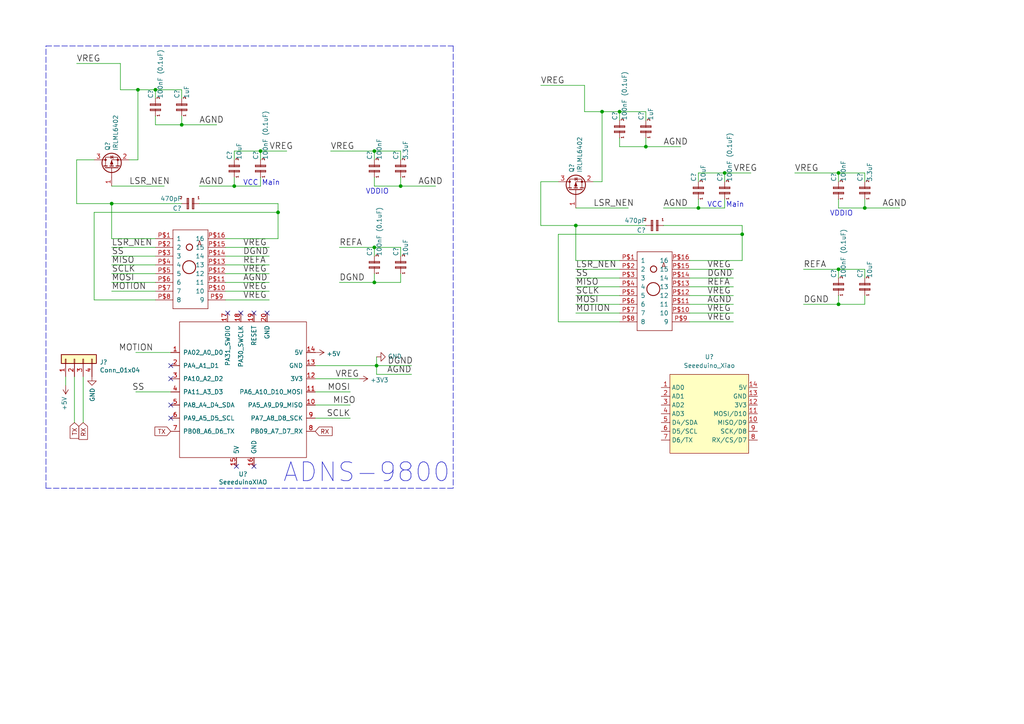
<source format=kicad_sch>
(kicad_sch (version 20211123) (generator eeschema)
  (paper "A4")
  (lib_symbols
    (symbol "ADNS-9800-eagle-import:AVAGO_ADNS-9500" (pin_names (offset 1.016))
      (symbol "AVAGO_ADNS-9500_1_0"
        (polyline (pts (xy -2.54 0) (xy -2.54 10.16)))
        (polyline (pts (xy -2.54 10.16) (xy 20.32 10.16)))
        (polyline (pts (xy 20.32 0) (xy -2.54 0)))
        (polyline (pts (xy 20.32 10.16) (xy 20.32 0)))
        (circle (center 2.4892 4.7752) (radius 0.9144) (stroke (width 0.254)))
        (circle (center 8.2804 4.699) (radius 1.8796) (stroke (width 0.254)))
        (text "A" (at 2.286 6.985 900) (effects (font (size 1.4986 1.4986)) (justify left bottom)))
        (pin bidirectional line (at 0 -5.08 90) (length 5.08) (name "1") (number "P$1"))
        (pin bidirectional line (at 15.24 15.24 270) (length 5.08) (name "10") (number "P$10"))
        (pin bidirectional line (at 12.7 15.24 270) (length 5.08) (name "11") (number "P$11"))
        (pin bidirectional line (at 10.16 15.24 270) (length 5.08) (name "12") (number "P$12"))
        (pin bidirectional line (at 7.62 15.24 270) (length 5.08) (name "13") (number "P$13"))
        (pin bidirectional line (at 5.08 15.24 270) (length 5.08) (name "14") (number "P$14"))
        (pin bidirectional line (at 2.54 15.24 270) (length 5.08) (name "15") (number "P$15"))
        (pin bidirectional line (at 0 15.24 270) (length 5.08) (name "16") (number "P$16"))
        (pin bidirectional line (at 2.54 -5.08 90) (length 5.08) (name "2") (number "P$2"))
        (pin bidirectional line (at 5.08 -5.08 90) (length 5.08) (name "3") (number "P$3"))
        (pin bidirectional line (at 7.62 -5.08 90) (length 5.08) (name "4") (number "P$4"))
        (pin bidirectional line (at 10.16 -5.08 90) (length 5.08) (name "5") (number "P$5"))
        (pin bidirectional line (at 12.7 -5.08 90) (length 5.08) (name "6") (number "P$6"))
        (pin bidirectional line (at 15.24 -5.08 90) (length 5.08) (name "7") (number "P$7"))
        (pin bidirectional line (at 17.78 -5.08 90) (length 5.08) (name "8") (number "P$8"))
        (pin bidirectional line (at 17.78 15.24 270) (length 5.08) (name "9") (number "P$9"))
      )
    )
    (symbol "ADNS-9800-eagle-import:C0603" (pin_names (offset 1.016))
      (property "Reference" "C" (at 2.54 0.635 0))
      (property "Value" "C0603" (at 2.54 -2.159 0))
      (symbol "C0603_1_0"
        (polyline (pts (xy -2.54 0) (xy -0.508 0)))
        (polyline (pts (xy -1.016 -1.524) (xy -0.762 -1.524)))
        (polyline (pts (xy -1.016 1.524) (xy -1.016 -1.524)))
        (polyline (pts (xy -0.762 -1.524) (xy -0.762 1.524)))
        (polyline (pts (xy -0.762 -1.524) (xy -0.508 -1.524)))
        (polyline (pts (xy -0.762 1.524) (xy -1.016 1.524)))
        (polyline (pts (xy -0.508 1.524) (xy -0.762 1.524)))
        (polyline (pts (xy -0.508 1.524) (xy -0.508 -1.524)))
        (polyline (pts (xy 0.508 -1.524) (xy 0.762 -1.524)))
        (polyline (pts (xy 0.508 0) (xy 0.508 -1.524)))
        (polyline (pts (xy 0.508 1.524) (xy 0.508 0)))
        (polyline (pts (xy 0.762 -1.524) (xy 1.016 -1.524)))
        (polyline (pts (xy 0.762 1.524) (xy 0.508 1.524)))
        (polyline (pts (xy 0.762 1.524) (xy 0.762 -1.524)))
        (polyline (pts (xy 1.016 -1.524) (xy 1.016 1.524)))
        (polyline (pts (xy 1.016 1.524) (xy 0.762 1.524)))
        (polyline (pts (xy 2.54 0) (xy 0.508 0)))
        (text "1" (at -2.794 -1.27 0) (effects (font (size 0.7112 0.7112)) (justify left bottom)))
        (text "2" (at 2.286 -1.27 0) (effects (font (size 0.7112 0.7112)) (justify left bottom)))
        (pin passive line (at -2.54 0 0) (length 0) (name "1") (number "1"))
        (pin passive line (at 2.54 0 180) (length 0) (name "2") (number "2"))
      )
    )
    (symbol "Connector_Generic:Conn_01x04" (pin_names (offset 1.016) hide)
      (property "Reference" "J" (at 0 5.08 0))
      (property "Value" "Conn_01x04" (at 0 -7.62 0))
      (symbol "Conn_01x04_1_1"
        (rectangle (start -1.27 -4.953) (end 0 -5.207) (stroke (width 0.1524)))
        (rectangle (start -1.27 -2.413) (end 0 -2.667) (stroke (width 0.1524)))
        (rectangle (start -1.27 0.127) (end 0 -0.127) (stroke (width 0.1524)))
        (rectangle (start -1.27 2.667) (end 0 2.413) (stroke (width 0.1524)))
        (rectangle (start -1.27 3.81) (end 1.27 -6.35) (stroke (width 0.254)) (fill (type background)))
        (pin passive line (at -5.08 2.54 0) (length 3.81) (name "Pin_1") (number "1"))
        (pin passive line (at -5.08 0 0) (length 3.81) (name "Pin_2") (number "2"))
        (pin passive line (at -5.08 -2.54 0) (length 3.81) (name "Pin_3") (number "3"))
        (pin passive line (at -5.08 -5.08 0) (length 3.81) (name "Pin_4") (number "4"))
      )
    )
    (symbol "Seeeduino_XIAO:SeeeduinoXIAO" (pin_names (offset 1.016))
      (property "Reference" "U" (at -19.05 22.86 0))
      (property "Value" "SeeeduinoXIAO" (at -12.7 21.59 0))
      (symbol "SeeeduinoXIAO_0_1"
        (rectangle (start -19.05 20.32) (end 17.78 -19.05))
      )
      (symbol "SeeeduinoXIAO_1_1"
        (pin unspecified line (at -21.59 11.43 0) (length 2.54) (name "PA02_A0_D0") (number "1"))
        (pin unspecified line (at 20.32 -3.81 180) (length 2.54) (name "PA5_A9_D9_MISO") (number "10"))
        (pin unspecified line (at 20.32 0 180) (length 2.54) (name "PA6_A10_D10_MOSI") (number "11"))
        (pin unspecified line (at 20.32 3.81 180) (length 2.54) (name "3V3") (number "12"))
        (pin unspecified line (at 20.32 7.62 180) (length 2.54) (name "GND") (number "13"))
        (pin unspecified line (at 20.32 11.43 180) (length 2.54) (name "5V") (number "14"))
        (pin input line (at -2.54 -21.59 90) (length 2.54) (name "5V") (number "15"))
        (pin input line (at 2.54 -21.59 90) (length 2.54) (name "GND") (number "16"))
        (pin input line (at -5.08 22.86 270) (length 2.54) (name "PA31_SWDIO") (number "17"))
        (pin input line (at -1.27 22.86 270) (length 2.54) (name "PA30_SWCLK") (number "18"))
        (pin input line (at 2.54 22.86 270) (length 2.54) (name "RESET") (number "19"))
        (pin unspecified line (at -21.59 7.62 0) (length 2.54) (name "PA4_A1_D1") (number "2"))
        (pin input line (at 6.35 22.86 270) (length 2.54) (name "GND") (number "20"))
        (pin unspecified line (at -21.59 3.81 0) (length 2.54) (name "PA10_A2_D2") (number "3"))
        (pin unspecified line (at -21.59 0 0) (length 2.54) (name "PA11_A3_D3") (number "4"))
        (pin unspecified line (at -21.59 -3.81 0) (length 2.54) (name "PA8_A4_D4_SDA") (number "5"))
        (pin unspecified line (at -21.59 -7.62 0) (length 2.54) (name "PA9_A5_D5_SCL") (number "6"))
        (pin unspecified line (at -21.59 -11.43 0) (length 2.54) (name "PB08_A6_D6_TX") (number "7"))
        (pin unspecified line (at 20.32 -11.43 180) (length 2.54) (name "PB09_A7_D7_RX") (number "8"))
        (pin unspecified line (at 20.32 -7.62 180) (length 2.54) (name "PA7_A8_D8_SCK") (number "9"))
      )
    )
    (symbol "Transistor_FET:IRLML6402" (pin_names hide)
      (property "Reference" "Q" (at 5.08 1.905 0))
      (property "Value" "IRLML6402" (at 5.08 0 0))
      (symbol "IRLML6402_0_1"
        (polyline (pts (xy 0.254 0) (xy -2.54 0)))
        (polyline (pts (xy 0.254 1.905) (xy 0.254 -1.905)) (stroke (width 0.254)))
        (polyline (pts (xy 0.762 -1.27) (xy 0.762 -2.286)) (stroke (width 0.254)))
        (polyline (pts (xy 0.762 0.508) (xy 0.762 -0.508)) (stroke (width 0.254)))
        (polyline (pts (xy 0.762 2.286) (xy 0.762 1.27)) (stroke (width 0.254)))
        (polyline (pts (xy 2.54 2.54) (xy 2.54 1.778)))
        (polyline (pts (xy 2.54 -2.54) (xy 2.54 0) (xy 0.762 0)))
        (polyline (pts (xy 0.762 1.778) (xy 3.302 1.778) (xy 3.302 -1.778) (xy 0.762 -1.778)))
        (polyline (pts (xy 2.286 0) (xy 1.27 0.381) (xy 1.27 -0.381) (xy 2.286 0)) (fill (type outline)))
        (polyline (pts (xy 2.794 -0.508) (xy 2.921 -0.381) (xy 3.683 -0.381) (xy 3.81 -0.254)))
        (polyline (pts (xy 3.302 -0.381) (xy 2.921 0.254) (xy 3.683 0.254) (xy 3.302 -0.381)))
        (circle (center 1.651 0) (radius 2.794) (stroke (width 0.254)))
        (circle (center 2.54 -1.778) (radius 0.254) (fill (type outline)))
        (circle (center 2.54 1.778) (radius 0.254) (fill (type outline)))
      )
      (symbol "IRLML6402_1_1"
        (pin input line (at -5.08 0 0) (length 2.54) (name "G") (number "1"))
        (pin passive line (at 2.54 -5.08 90) (length 2.54) (name "S") (number "2"))
        (pin passive line (at 2.54 5.08 270) (length 2.54) (name "D") (number "3"))
      )
    )
    (symbol "power:+3.3V" (power) (pin_names (offset 0))
      (property "Value" "+3.3V" (at 0 3.556 0))
      (symbol "+3.3V_0_1"
        (polyline (pts (xy -0.762 1.27) (xy 0 2.54)))
        (polyline (pts (xy 0 0) (xy 0 2.54)))
        (polyline (pts (xy 0 2.54) (xy 0.762 1.27)))
      )
      (symbol "+3.3V_1_1"
        (pin power_in line (at 0 0 90) (length 0) hide (name "+3V3") (number "1"))
      )
    )
    (symbol "power:+5V" (power) (pin_names (offset 0))
      (property "Value" "+5V" (at 0 3.556 0))
      (symbol "+5V_0_1"
        (polyline (pts (xy -0.762 1.27) (xy 0 2.54)))
        (polyline (pts (xy 0 0) (xy 0 2.54)))
        (polyline (pts (xy 0 2.54) (xy 0.762 1.27)))
      )
      (symbol "+5V_1_1"
        (pin power_in line (at 0 0 90) (length 0) hide (name "+5V") (number "1"))
      )
    )
    (symbol "power:GND" (power) (pin_names (offset 0))
      (property "Value" "GND" (at 0 -3.81 0))
      (symbol "GND_0_1"
        (polyline (pts (xy 0 0) (xy 0 -1.27) (xy 1.27 -1.27) (xy 0 -2.54) (xy -1.27 -1.27) (xy 0 -1.27)))
      )
      (symbol "GND_1_1"
        (pin power_in line (at 0 0 270) (length 0) hide (name "GND") (number "1"))
      )
    )
    (symbol "seeeduino_xiao_RP2040:Seeeduino_Xiao"
      (property "Reference" "U" (at 0 13.97 0))
      (property "Value" "Seeeduino_Xiao" (at 0 11.43 0))
      (symbol "Seeeduino_Xiao_0_1"
        (rectangle (start -11.43 10.16) (end 11.43 -12.7) (fill (type background)))
      )
      (symbol "Seeeduino_Xiao_1_1"
        (pin bidirectional line (at -13.97 6.35 0) (length 2.54) (name "AD0") (number "1"))
        (pin bidirectional line (at 13.97 -3.81 180) (length 2.54) (name "MISO/D9") (number "10"))
        (pin bidirectional line (at 13.97 -1.27 180) (length 2.54) (name "MOSI/D10") (number "11"))
        (pin power_out line (at 13.97 1.27 180) (length 2.54) (name "3V3") (number "12"))
        (pin bidirectional line (at 13.97 3.81 180) (length 2.54) (name "GND") (number "13"))
        (pin power_in line (at 13.97 6.35 180) (length 2.54) (name "5V") (number "14"))
        (pin bidirectional line (at -13.97 3.81 0) (length 2.54) (name "AD1") (number "2"))
        (pin bidirectional line (at -13.97 1.27 0) (length 2.54) (name "AD2") (number "3"))
        (pin bidirectional line (at -13.97 -1.27 0) (length 2.54) (name "AD3") (number "4"))
        (pin bidirectional line (at -13.97 -3.81 0) (length 2.54) (name "D4/SDA") (number "5"))
        (pin bidirectional line (at -13.97 -6.35 0) (length 2.54) (name "D5/SCL") (number "6"))
        (pin bidirectional line (at -13.97 -8.89 0) (length 2.54) (name "D6/TX") (number "7"))
        (pin bidirectional line (at 13.97 -8.89 180) (length 2.54) (name "RX/CS/D7") (number "8"))
        (pin bidirectional line (at 13.97 -6.35 180) (length 2.54) (name "SCK/D8") (number "9"))
      )
    )
  )
  (junction (at 109.22 106.045))
  (junction (at 210.185 50.165))
  (junction (at 167.005 65.405))
  (junction (at 108.585 71.755))
  (junction (at 75.565 43.815))
  (junction (at 174.625 32.385))
  (junction (at 243.205 50.165))
  (junction (at 179.705 32.385))
  (junction (at 202.565 60.325))
  (junction (at 116.205 53.975))
  (junction (at 45.085 26.035))
  (junction (at 243.205 78.105))
  (junction (at 250.825 60.325))
  (junction (at 32.385 59.055))
  (junction (at 40.005 26.035))
  (junction (at 215.265 67.945))
  (junction (at 67.945 53.975))
  (junction (at 52.705 36.195))
  (junction (at 108.585 43.815))
  (junction (at 243.205 88.265))
  (junction (at 187.325 42.545))
  (junction (at 80.645 61.595))
  (junction (at 108.585 81.915))
  (no_connect (at 68.58 135.255))
  (no_connect (at 73.66 90.805))
  (no_connect (at 66.04 90.805))
  (no_connect (at 49.53 109.855))
  (no_connect (at 49.53 117.475))
  (no_connect (at 77.47 90.805))
  (no_connect (at 73.66 135.255))
  (no_connect (at 49.53 106.045))
  (no_connect (at 49.53 121.285))
  (no_connect (at 69.85 90.805))
  (wire (pts (xy 45.085 26.035) (xy 40.005 26.035)))
  (wire (pts (xy 243.205 85.725) (xy 243.205 88.265)))
  (wire (pts (xy 169.545 24.765) (xy 156.845 24.765)))
  (wire (pts (xy 200.025 88.265) (xy 212.725 88.265)))
  (wire (pts (xy 187.325 42.545) (xy 197.485 42.545)))
  (wire (pts (xy 250.825 88.265) (xy 243.205 88.265)))
  (wire (pts (xy 22.225 46.355) (xy 27.305 46.355)))
  (wire (pts (xy 21.59 109.22) (xy 21.59 122.555)))
  (wire (pts (xy 116.205 81.915) (xy 108.585 81.915)))
  (wire (pts (xy 108.585 46.355) (xy 108.585 43.815)))
  (wire (pts (xy 32.385 69.215) (xy 32.385 59.055)))
  (wire (pts (xy 179.705 34.925) (xy 179.705 32.385)))
  (wire (pts (xy 32.385 59.055) (xy 22.225 59.055)))
  (wire (pts (xy 65.405 84.455) (xy 78.105 84.455)))
  (wire (pts (xy 179.705 42.545) (xy 187.325 42.545)))
  (wire (pts (xy 179.705 78.105) (xy 167.005 78.105)))
  (wire (pts (xy 116.205 43.815) (xy 108.585 43.815)))
  (wire (pts (xy 179.705 83.185) (xy 167.005 83.185)))
  (wire (pts (xy 169.545 32.385) (xy 169.545 24.765)))
  (wire (pts (xy 187.325 32.385) (xy 179.705 32.385)))
  (wire (pts (xy 250.825 78.105) (xy 243.205 78.105)))
  (wire (pts (xy 250.825 57.785) (xy 250.825 60.325)))
  (wire (pts (xy 32.385 53.975) (xy 47.625 53.975)))
  (wire (pts (xy 250.825 80.645) (xy 250.825 78.105)))
  (wire (pts (xy 34.925 18.415) (xy 22.225 18.415)))
  (wire (pts (xy 45.085 28.575) (xy 45.085 26.035)))
  (wire (pts (xy 49.53 113.665) (xy 39.37 113.665)))
  (wire (pts (xy 75.565 43.815) (xy 83.185 43.815)))
  (wire (pts (xy 67.945 46.355) (xy 67.945 43.815)))
  (wire (pts (xy 37.465 46.355) (xy 40.005 46.355)))
  (wire (pts (xy 156.845 65.405) (xy 156.845 52.705)))
  (wire (pts (xy 91.44 109.855) (xy 104.14 109.855)))
  (wire (pts (xy 215.265 67.945) (xy 161.925 67.945)))
  (wire (pts (xy 161.925 67.945) (xy 161.925 93.345)))
  (wire (pts (xy 202.565 52.705) (xy 202.565 50.165)))
  (wire (pts (xy 52.705 36.195) (xy 62.865 36.195)))
  (wire (pts (xy 243.205 80.645) (xy 243.205 78.105)))
  (wire (pts (xy 210.185 57.785) (xy 210.185 60.325)))
  (wire (pts (xy 40.005 46.355) (xy 40.005 26.035)))
  (wire (pts (xy 200.025 75.565) (xy 215.265 75.565)))
  (wire (pts (xy 108.585 71.755) (xy 98.425 71.755)))
  (wire (pts (xy 67.945 43.815) (xy 75.565 43.815)))
  (wire (pts (xy 174.625 32.385) (xy 169.545 32.385)))
  (wire (pts (xy 172.085 52.705) (xy 174.625 52.705)))
  (wire (pts (xy 179.705 32.385) (xy 174.625 32.385)))
  (wire (pts (xy 179.705 40.005) (xy 179.705 42.545)))
  (wire (pts (xy 215.265 65.405) (xy 192.405 65.405)))
  (wire (pts (xy 215.265 75.565) (xy 215.265 67.945)))
  (wire (pts (xy 45.085 71.755) (xy 32.385 71.755)))
  (wire (pts (xy 22.225 59.055) (xy 22.225 46.355)))
  (wire (pts (xy 243.205 52.705) (xy 243.205 50.165)))
  (wire (pts (xy 40.005 26.035) (xy 34.925 26.035)))
  (wire (pts (xy 250.825 85.725) (xy 250.825 88.265)))
  (wire (pts (xy 187.325 34.925) (xy 187.325 32.385)))
  (wire (pts (xy 65.405 76.835) (xy 78.105 76.835)))
  (wire (pts (xy 80.645 61.595) (xy 27.305 61.595)))
  (wire (pts (xy 202.565 50.165) (xy 210.185 50.165)))
  (wire (pts (xy 65.405 71.755) (xy 78.105 71.755)))
  (wire (pts (xy 179.705 88.265) (xy 167.005 88.265)))
  (wire (pts (xy 108.585 81.915) (xy 98.425 81.915)))
  (wire (pts (xy 250.825 60.325) (xy 260.985 60.325)))
  (wire (pts (xy 67.945 53.975) (xy 57.785 53.975)))
  (wire (pts (xy 243.205 88.265) (xy 233.045 88.265)))
  (wire (pts (xy 179.705 85.725) (xy 167.005 85.725)))
  (wire (pts (xy 45.085 36.195) (xy 52.705 36.195)))
  (wire (pts (xy 45.085 81.915) (xy 32.385 81.915)))
  (wire (pts (xy 45.085 69.215) (xy 32.385 69.215)))
  (wire (pts (xy 91.44 121.285) (xy 101.6 121.285)))
  (wire (pts (xy 109.22 106.045) (xy 109.22 103.505)))
  (polyline (pts (xy 131.445 141.605) (xy 13.335 141.605)))
  (wire (pts (xy 210.185 52.705) (xy 210.185 50.165)))
  (wire (pts (xy 215.265 67.945) (xy 215.265 65.405)))
  (wire (pts (xy 27.305 61.595) (xy 27.305 86.995)))
  (wire (pts (xy 65.405 74.295) (xy 78.105 74.295)))
  (wire (pts (xy 156.845 52.705) (xy 161.925 52.705)))
  (wire (pts (xy 80.645 59.055) (xy 57.785 59.055)))
  (wire (pts (xy 67.945 51.435) (xy 67.945 53.975)))
  (wire (pts (xy 65.405 81.915) (xy 78.105 81.915)))
  (wire (pts (xy 202.565 60.325) (xy 192.405 60.325)))
  (wire (pts (xy 200.025 93.345) (xy 212.725 93.345)))
  (wire (pts (xy 200.025 83.185) (xy 212.725 83.185)))
  (wire (pts (xy 52.705 26.035) (xy 45.085 26.035)))
  (wire (pts (xy 187.325 65.405) (xy 167.005 65.405)))
  (wire (pts (xy 250.825 50.165) (xy 243.205 50.165)))
  (wire (pts (xy 49.53 102.235) (xy 39.37 102.235)))
  (wire (pts (xy 34.925 26.035) (xy 34.925 18.415)))
  (wire (pts (xy 109.22 106.045) (xy 119.38 106.045)))
  (wire (pts (xy 52.705 33.655) (xy 52.705 36.195)))
  (wire (pts (xy 210.185 60.325) (xy 202.565 60.325)))
  (wire (pts (xy 108.585 43.815) (xy 95.885 43.815)))
  (wire (pts (xy 80.645 61.595) (xy 80.645 59.055)))
  (wire (pts (xy 116.205 79.375) (xy 116.205 81.915)))
  (wire (pts (xy 200.025 90.805) (xy 212.725 90.805)))
  (wire (pts (xy 108.585 53.975) (xy 116.205 53.975)))
  (wire (pts (xy 243.205 50.165) (xy 230.505 50.165)))
  (wire (pts (xy 243.205 78.105) (xy 233.045 78.105)))
  (wire (pts (xy 243.205 57.785) (xy 243.205 60.325)))
  (wire (pts (xy 187.325 40.005) (xy 187.325 42.545)))
  (wire (pts (xy 91.44 106.045) (xy 109.22 106.045)))
  (wire (pts (xy 167.005 60.325) (xy 182.245 60.325)))
  (polyline (pts (xy 131.445 13.335) (xy 131.445 141.605)))
  (wire (pts (xy 108.585 79.375) (xy 108.585 81.915)))
  (wire (pts (xy 108.585 74.295) (xy 108.585 71.755)))
  (wire (pts (xy 91.44 113.665) (xy 101.6 113.665)))
  (wire (pts (xy 45.085 84.455) (xy 32.385 84.455)))
  (wire (pts (xy 91.44 117.475) (xy 101.6 117.475)))
  (wire (pts (xy 116.205 51.435) (xy 116.205 53.975)))
  (wire (pts (xy 200.025 85.725) (xy 212.725 85.725)))
  (wire (pts (xy 116.205 74.295) (xy 116.205 71.755)))
  (wire (pts (xy 45.085 79.375) (xy 32.385 79.375)))
  (wire (pts (xy 45.085 33.655) (xy 45.085 36.195)))
  (wire (pts (xy 109.22 108.585) (xy 109.22 106.045)))
  (wire (pts (xy 75.565 46.355) (xy 75.565 43.815)))
  (wire (pts (xy 24.13 109.22) (xy 24.13 122.555)))
  (wire (pts (xy 75.565 51.435) (xy 75.565 53.975)))
  (wire (pts (xy 27.305 86.995) (xy 45.085 86.995)))
  (wire (pts (xy 167.005 75.565) (xy 167.005 65.405)))
  (wire (pts (xy 45.085 74.295) (xy 32.385 74.295)))
  (wire (pts (xy 108.585 51.435) (xy 108.585 53.975)))
  (wire (pts (xy 109.22 108.585) (xy 119.38 108.585)))
  (wire (pts (xy 179.705 75.565) (xy 167.005 75.565)))
  (wire (pts (xy 80.645 69.215) (xy 80.645 61.595)))
  (wire (pts (xy 116.205 46.355) (xy 116.205 43.815)))
  (wire (pts (xy 65.405 69.215) (xy 80.645 69.215)))
  (polyline (pts (xy 13.335 141.605) (xy 13.335 13.335)))
  (wire (pts (xy 243.205 60.325) (xy 250.825 60.325)))
  (wire (pts (xy 179.705 80.645) (xy 167.005 80.645)))
  (wire (pts (xy 116.205 53.975) (xy 126.365 53.975)))
  (wire (pts (xy 200.025 80.645) (xy 212.725 80.645)))
  (wire (pts (xy 65.405 79.375) (xy 78.105 79.375)))
  (wire (pts (xy 75.565 53.975) (xy 67.945 53.975)))
  (wire (pts (xy 210.185 50.165) (xy 217.805 50.165)))
  (wire (pts (xy 45.085 76.835) (xy 32.385 76.835)))
  (wire (pts (xy 179.705 90.805) (xy 167.005 90.805)))
  (wire (pts (xy 200.025 78.105) (xy 212.725 78.105)))
  (wire (pts (xy 19.05 109.22) (xy 19.05 111.76)))
  (wire (pts (xy 65.405 86.995) (xy 78.105 86.995)))
  (wire (pts (xy 161.925 93.345) (xy 179.705 93.345)))
  (polyline (pts (xy 13.335 13.335) (xy 131.445 13.335)))
  (wire (pts (xy 202.565 57.785) (xy 202.565 60.325)))
  (wire (pts (xy 250.825 52.705) (xy 250.825 50.165)))
  (wire (pts (xy 167.005 65.405) (xy 156.845 65.405)))
  (wire (pts (xy 52.705 59.055) (xy 32.385 59.055)))
  (wire (pts (xy 116.205 71.755) (xy 108.585 71.755)))
  (wire (pts (xy 174.625 52.705) (xy 174.625 32.385)))
  (wire (pts (xy 52.705 28.575) (xy 52.705 26.035)))
  (text "VCC Main" (at 70.485 53.975 0) (effects (font (size 1.4986 1.4986)) (justify left bottom)))
  (text "VCC Main" (at 205.105 60.325 0) (effects (font (size 1.4986 1.4986)) (justify left bottom)))
  (text "VDDIO" (at 106.045 56.515 0) (effects (font (size 1.4986 1.4986)) (justify left bottom)))
  (text "ADNS-9800" (at 81.915 140.335 0) (effects (font (size 5.461 5.461)) (justify left bottom)))
  (text "VDDIO" (at 240.665 62.865 0) (effects (font (size 1.4986 1.4986)) (justify left bottom)))
  (label "AGND" (at 192.405 60.325 0) (effects (font (size 1.778 1.778))))
  (label "SS" (at 41.91 113.665 180) (effects (font (size 1.778 1.778))))
  (label "MOSI" (at 101.6 113.665 180) (effects (font (size 1.778 1.778))))
  (label "REFA" (at 70.485 76.835 0) (effects (font (size 1.778 1.778))))
  (label "VREG" (at 70.485 79.375 0) (effects (font (size 1.778 1.778))))
  (label "VREG" (at 95.885 43.815 0) (effects (font (size 1.778 1.778))))
  (label "VREG" (at 22.225 18.415 0) (effects (font (size 1.778 1.778))))
  (label "LSR_NEN" (at 37.465 53.975 0) (effects (font (size 1.778 1.778))))
  (label "VREG" (at 104.14 109.855 180) (effects (font (size 1.778 1.778))))
  (label "DGND" (at 70.485 74.295 0) (effects (font (size 1.778 1.778))))
  (label "AGND" (at 255.905 60.325 0) (effects (font (size 1.778 1.778))))
  (label "LSR_NEN" (at 32.385 71.755 0) (effects (font (size 1.778 1.778))))
  (label "AGND" (at 205.105 88.265 0) (effects (font (size 1.778 1.778))))
  (label "REFA" (at 205.105 83.185 0) (effects (font (size 1.778 1.778))))
  (label "LSR_NEN" (at 172.085 60.325 0) (effects (font (size 1.778 1.778))))
  (label "SS" (at 167.005 80.645 0) (effects (font (size 1.778 1.778))))
  (label "VREG" (at 205.105 93.345 0) (effects (font (size 1.778 1.778))))
  (label "AGND" (at 192.405 42.545 0) (effects (font (size 1.778 1.778))))
  (label "MOTION" (at 44.45 102.235 180) (effects (font (size 1.778 1.778))))
  (label "SS" (at 32.385 74.295 0) (effects (font (size 1.778 1.778))))
  (label "DGND" (at 112.395 106.045 0) (effects (font (size 1.778 1.778))))
  (label "MISO" (at 167.005 83.185 0) (effects (font (size 1.778 1.778))))
  (label "VREG" (at 205.105 90.805 0) (effects (font (size 1.778 1.778))))
  (label "MOTION" (at 32.385 84.455 0) (effects (font (size 1.778 1.778))))
  (label "LSR_NEN" (at 167.005 78.105 0) (effects (font (size 1.778 1.778))))
  (label "DGND" (at 233.045 88.265 0) (effects (font (size 1.778 1.778))))
  (label "MOTION" (at 167.005 90.805 0) (effects (font (size 1.778 1.778))))
  (label "VREG" (at 230.505 50.165 0) (effects (font (size 1.778 1.778))))
  (label "DGND" (at 205.105 80.645 0) (effects (font (size 1.778 1.778))))
  (label "VREG" (at 70.485 86.995 0) (effects (font (size 1.778 1.778))))
  (label "VREG" (at 70.485 71.755 0) (effects (font (size 1.778 1.778))))
  (label "SCLK" (at 32.385 79.375 0) (effects (font (size 1.778 1.778))))
  (label "SCLK" (at 167.005 85.725 0) (effects (font (size 1.778 1.778))))
  (label "VREG" (at 78.105 43.815 0) (effects (font (size 1.778 1.778))))
  (label "AGND" (at 57.785 36.195 0) (effects (font (size 1.778 1.778))))
  (label "AGND" (at 70.485 81.915 0) (effects (font (size 1.778 1.778))))
  (label "MOSI" (at 32.385 81.915 0) (effects (font (size 1.778 1.778))))
  (label "VREG" (at 156.845 24.765 0) (effects (font (size 1.778 1.778))))
  (label "DGND" (at 98.425 81.915 0) (effects (font (size 1.778 1.778))))
  (label "REFA" (at 98.425 71.755 0) (effects (font (size 1.778 1.778))))
  (label "AGND" (at 121.285 53.975 0) (effects (font (size 1.778 1.778))))
  (label "REFA" (at 233.045 78.105 0) (effects (font (size 1.778 1.778))))
  (label "AGND" (at 57.785 53.975 0) (effects (font (size 1.778 1.778))))
  (label "MOSI" (at 167.005 88.265 0) (effects (font (size 1.778 1.778))))
  (label "VREG" (at 70.485 84.455 0) (effects (font (size 1.778 1.778))))
  (label "SCLK" (at 101.6 121.285 180) (effects (font (size 1.778 1.778))))
  (label "VREG" (at 205.105 78.105 0) (effects (font (size 1.778 1.778))))
  (label "AGND" (at 119.38 108.585 180) (effects (font (size 1.778 1.778))))
  (label "VREG" (at 205.105 85.725 0) (effects (font (size 1.778 1.778))))
  (label "MISO" (at 96.52 117.475 0) (effects (font (size 1.778 1.778))))
  (label "VREG" (at 212.725 50.165 0) (effects (font (size 1.778 1.778))))
  (label "MISO" (at 32.385 76.835 0) (effects (font (size 1.778 1.778))))
  (global_label "RX" (shape input) (at 24.13 122.555 270) (property "Intersheet References" "${INTERSHEET_REFS}" (effects hide)))
  (global_label "RX" (shape input) (at 91.44 125.095 0) (property "Intersheet References" "${INTERSHEET_REFS}" (effects hide)))
  (global_label "TX" (shape input) (at 21.59 122.555 270) (property "Intersheet References" "${INTERSHEET_REFS}" (effects hide)))
  (global_label "TX" (shape input) (at 49.53 125.095 180) (property "Intersheet References" "${INTERSHEET_REFS}" (effects hide)))
  (symbol (lib_id "ADNS-9800-eagle-import:C0603") (at 210.185 55.245 90) (unit 1)
    (property "Reference" "C?" (at 209.55 52.705 0) (effects (font (size 1.2954 1.2954)) (justify left bottom)))
    (property "Value" "100nF (0.1uF)" (at 212.344 52.705 0) (effects (font (size 1.2954 1.2954)) (justify left bottom)))
    (property "Footprint" "Capacitor_SMD:C_0603_1608Metric_Pad1.08x0.95mm_HandSolder" (effects hide))
  )
  (symbol (lib_id "ADNS-9800-eagle-import:C0603") (at 250.825 55.245 90) (unit 1)
    (property "Reference" "C?" (at 250.19 52.705 0) (effects (font (size 1.2954 1.2954)) (justify left bottom)))
    (property "Value" "3.3uF" (at 252.984 52.705 0) (effects (font (size 1.2954 1.2954)) (justify left bottom)))
    (property "Footprint" "Capacitor_SMD:C_0603_1608Metric_Pad1.08x0.95mm_HandSolder" (effects hide))
  )
  (symbol (lib_id "Transistor_FET:IRLML6402") (at 167.005 55.245 90) (unit 1)
    (property "Reference" "Q?" (at 165.8366 50.0634 0) (effects (justify left)))
    (property "Value" "IRLML6402" (at 168.148 50.0634 0) (effects (justify left)))
    (property "Footprint" "Package_TO_SOT_SMD:SOT-23" (effects hide))
    (property "Datasheet" "https://www.infineon.com/dgdl/irlml6402pbf.pdf?fileId=5546d462533600a401535668d5c2263c" (effects hide))
  )
  (symbol (lib_id "ADNS-9800-eagle-import:AVAGO_ADNS-9500") (at 184.785 75.565 270) (unit 1)
    (property "Reference" "U$?" (effects hide))
    (property "Value" "AVAGO_ADNS-9500" (effects hide))
    (property "Footprint" "ADNS-9800:AVAGO_ADNS-9500" (effects hide))
  )
  (symbol (lib_id "ADNS-9800-eagle-import:C0603") (at 52.705 31.115 90) (unit 1)
    (property "Reference" "C?" (at 52.07 28.575 0) (effects (font (size 1.2954 1.2954)) (justify left bottom)))
    (property "Value" "1uF" (at 54.864 28.575 0) (effects (font (size 1.2954 1.2954)) (justify left bottom)))
    (property "Footprint" "Capacitor_SMD:C_0603_1608Metric_Pad1.08x0.95mm_HandSolder" (effects hide))
  )
  (symbol (lib_id "power:GND") (at 109.22 103.505 90) (unit 1)
    (property "Reference" "#PWR?" (effects hide))
    (property "Value" "GND" (at 112.4712 103.378 90) (effects (justify right)))
  )
  (symbol (lib_id "ADNS-9800-eagle-import:C0603") (at 116.205 76.835 90) (unit 1)
    (property "Reference" "C?" (at 115.57 74.295 0) (effects (font (size 1.2954 1.2954)) (justify left bottom)))
    (property "Value" "10uF" (at 118.364 74.295 0) (effects (font (size 1.2954 1.2954)) (justify left bottom)))
    (property "Footprint" "Capacitor_SMD:C_0603_1608Metric_Pad1.08x0.95mm_HandSolder" (effects hide))
  )
  (symbol (lib_id "ADNS-9800-eagle-import:C0603") (at 75.565 48.895 90) (unit 1)
    (property "Reference" "C?" (at 74.93 46.355 0) (effects (font (size 1.2954 1.2954)) (justify left bottom)))
    (property "Value" "100nF (0.1uF)" (at 77.724 46.355 0) (effects (font (size 1.2954 1.2954)) (justify left bottom)))
    (property "Footprint" "Capacitor_SMD:C_0603_1608Metric_Pad1.08x0.95mm_HandSolder" (effects hide))
  )
  (symbol (lib_id "power:+5V") (at 91.44 102.235 270) (unit 1)
    (property "Reference" "#PWR?" (effects hide))
    (property "Value" "+5V" (at 94.6912 102.616 90) (effects (justify left)))
  )
  (symbol (lib_id "ADNS-9800-eagle-import:C0603") (at 179.705 37.465 90) (unit 1)
    (property "Reference" "C?" (at 179.07 34.925 0) (effects (font (size 1.2954 1.2954)) (justify left bottom)))
    (property "Value" "100nF (0.1uF)" (at 181.864 34.925 0) (effects (font (size 1.2954 1.2954)) (justify left bottom)))
    (property "Footprint" "Capacitor_SMD:C_0603_1608Metric_Pad1.08x0.95mm_HandSolder" (effects hide))
  )
  (symbol (lib_id "ADNS-9800-eagle-import:C0603") (at 189.865 65.405 180) (unit 1)
    (property "Reference" "C?" (at 187.325 66.04 0) (effects (font (size 1.2954 1.2954)) (justify left bottom)))
    (property "Value" "470pF" (at 187.325 63.246 0) (effects (font (size 1.2954 1.2954)) (justify left bottom)))
    (property "Footprint" "Capacitor_SMD:C_0603_1608Metric_Pad1.08x0.95mm_HandSolder" (effects hide))
  )
  (symbol (lib_id "ADNS-9800-eagle-import:AVAGO_ADNS-9500") (at 50.165 69.215 270) (unit 1)
    (property "Reference" "U$?" (effects hide))
    (property "Value" "AVAGO_ADNS-9500" (effects hide))
    (property "Footprint" "ADNS-9800:AVAGO_ADNS-9500" (effects hide))
  )
  (symbol (lib_id "ADNS-9800-eagle-import:C0603") (at 45.085 31.115 90) (unit 1)
    (property "Reference" "C?" (at 44.45 28.575 0) (effects (font (size 1.2954 1.2954)) (justify left bottom)))
    (property "Value" "100nF (0.1uF)" (at 47.244 28.575 0) (effects (font (size 1.2954 1.2954)) (justify left bottom)))
    (property "Footprint" "Capacitor_SMD:C_0603_1608Metric_Pad1.08x0.95mm_HandSolder" (effects hide))
  )
  (symbol (lib_id "ADNS-9800-eagle-import:C0603") (at 243.205 55.245 90) (unit 1)
    (property "Reference" "C?" (at 242.57 52.705 0) (effects (font (size 1.2954 1.2954)) (justify left bottom)))
    (property "Value" "100nF" (at 245.364 52.705 0) (effects (font (size 1.2954 1.2954)) (justify left bottom)))
    (property "Footprint" "Capacitor_SMD:C_0603_1608Metric_Pad1.08x0.95mm_HandSolder" (effects hide))
  )
  (symbol (lib_id "ADNS-9800-eagle-import:C0603") (at 67.945 48.895 90) (unit 1)
    (property "Reference" "C?" (at 67.31 46.355 0) (effects (font (size 1.2954 1.2954)) (justify left bottom)))
    (property "Value" "10uF" (at 70.104 46.355 0) (effects (font (size 1.2954 1.2954)) (justify left bottom)))
    (property "Footprint" "Capacitor_SMD:C_0603_1608Metric_Pad1.08x0.95mm_HandSolder" (effects hide))
  )
  (symbol (lib_id "ADNS-9800-eagle-import:C0603") (at 187.325 37.465 90) (unit 1)
    (property "Reference" "C?" (at 186.69 34.925 0) (effects (font (size 1.2954 1.2954)) (justify left bottom)))
    (property "Value" "1uF" (at 189.484 34.925 0) (effects (font (size 1.2954 1.2954)) (justify left bottom)))
    (property "Footprint" "Capacitor_SMD:C_0603_1608Metric_Pad1.08x0.95mm_HandSolder" (effects hide))
  )
  (symbol (lib_id "ADNS-9800-eagle-import:C0603") (at 250.825 83.185 90) (unit 1)
    (property "Reference" "C?" (at 250.19 80.645 0) (effects (font (size 1.2954 1.2954)) (justify left bottom)))
    (property "Value" "10uF" (at 252.984 80.645 0) (effects (font (size 1.2954 1.2954)) (justify left bottom)))
    (property "Footprint" "Capacitor_SMD:C_0603_1608Metric_Pad1.08x0.95mm_HandSolder" (effects hide))
  )
  (symbol (lib_id "ADNS-9800-eagle-import:C0603") (at 202.565 55.245 90) (unit 1)
    (property "Reference" "C?" (at 201.93 52.705 0) (effects (font (size 1.2954 1.2954)) (justify left bottom)))
    (property "Value" "10uF" (at 204.724 52.705 0) (effects (font (size 1.2954 1.2954)) (justify left bottom)))
    (property "Footprint" "Capacitor_SMD:C_0603_1608Metric_Pad1.08x0.95mm_HandSolder" (effects hide))
  )
  (symbol (lib_id "Connector_Generic:Conn_01x04") (at 21.59 104.14 90) (unit 1)
    (property "Reference" "J?" (at 28.9052 105.0544 90) (effects (justify right)))
    (property "Value" "Conn_01x04" (at 28.9052 107.3658 90) (effects (justify right)))
    (property "Footprint" "Connector_JST:JST_XH_S4B-XH-A_1x04_P2.50mm_Horizontal" (effects hide))
  )
  (symbol (lib_id "power:+3.3V") (at 104.14 109.855 270) (unit 1)
    (property "Reference" "#PWR?" (effects hide))
    (property "Value" "+3.3V" (at 107.3912 110.236 90) (effects (justify left)))
  )
  (symbol (lib_id "Transistor_FET:IRLML6402") (at 32.385 48.895 90) (unit 1)
    (property "Reference" "Q?" (at 31.2166 43.7134 0) (effects (justify left)))
    (property "Value" "IRLML6402" (at 33.528 43.7134 0) (effects (justify left)))
    (property "Footprint" "Package_TO_SOT_SMD:SOT-23" (effects hide))
    (property "Datasheet" "https://www.infineon.com/dgdl/irlml6402pbf.pdf?fileId=5546d462533600a401535668d5c2263c" (effects hide))
  )
  (symbol (lib_id "ADNS-9800-eagle-import:C0603") (at 108.585 48.895 90) (unit 1)
    (property "Reference" "C?" (at 107.95 46.355 0) (effects (font (size 1.2954 1.2954)) (justify left bottom)))
    (property "Value" "100nF" (at 110.744 46.355 0) (effects (font (size 1.2954 1.2954)) (justify left bottom)))
    (property "Footprint" "Capacitor_SMD:C_0603_1608Metric_Pad1.08x0.95mm_HandSolder" (effects hide))
  )
  (symbol (lib_id "ADNS-9800-eagle-import:C0603") (at 116.205 48.895 90) (unit 1)
    (property "Reference" "C?" (at 115.57 46.355 0) (effects (font (size 1.2954 1.2954)) (justify left bottom)))
    (property "Value" "3.3uF" (at 118.364 46.355 0) (effects (font (size 1.2954 1.2954)) (justify left bottom)))
    (property "Footprint" "Capacitor_SMD:C_0603_1608Metric_Pad1.08x0.95mm_HandSolder" (effects hide))
  )
  (symbol (lib_id "Seeeduino_XIAO:SeeeduinoXIAO") (at 71.12 113.665 0) (unit 1)
    (property "Reference" "U?" (at 70.485 137.5156 0))
    (property "Value" "SeeeduinoXIAO" (at 70.485 139.827 0))
    (property "Footprint" "Library:Seeeduino XIAO-MOUDLE14P-2.54-21X17.8MM" (effects hide))
  )
  (symbol (lib_id "ADNS-9800-eagle-import:C0603") (at 55.245 59.055 180) (unit 1)
    (property "Reference" "C?" (at 52.705 59.69 0) (effects (font (size 1.2954 1.2954)) (justify left bottom)))
    (property "Value" "470pF" (at 52.705 56.896 0) (effects (font (size 1.2954 1.2954)) (justify left bottom)))
    (property "Footprint" "Capacitor_SMD:C_0603_1608Metric_Pad1.08x0.95mm_HandSolder" (effects hide))
  )
  (symbol (lib_id "ADNS-9800-eagle-import:C0603") (at 108.585 76.835 90) (unit 1)
    (property "Reference" "C?" (at 107.95 74.295 0) (effects (font (size 1.2954 1.2954)) (justify left bottom)))
    (property "Value" "100nF (0.1uF)" (at 110.744 74.295 0) (effects (font (size 1.2954 1.2954)) (justify left bottom)))
    (property "Footprint" "Capacitor_SMD:C_0603_1608Metric_Pad1.08x0.95mm_HandSolder" (effects hide))
  )
  (symbol (lib_id "power:GND") (at 26.67 109.22 0) (unit 1)
    (property "Reference" "#PWR?" (effects hide))
    (property "Value" "GND" (at 26.797 112.4712 90) (effects (justify right)))
  )
  (symbol (lib_id "seeeduino_xiao_RP2040:Seeeduino_Xiao") (at 205.74 118.745 0) (unit 1)
    (property "Reference" "U?" (at 205.74 103.505 0))
    (property "Value" "Seeeduino_Xiao" (at 205.74 106.045 0))
  )
  (symbol (lib_id "ADNS-9800-eagle-import:C0603") (at 243.205 83.185 90) (unit 1)
    (property "Reference" "C?" (at 242.57 80.645 0) (effects (font (size 1.2954 1.2954)) (justify left bottom)))
    (property "Value" "100nF (0.1uF)" (at 245.364 80.645 0) (effects (font (size 1.2954 1.2954)) (justify left bottom)))
    (property "Footprint" "Capacitor_SMD:C_0603_1608Metric_Pad1.08x0.95mm_HandSolder" (effects hide))
  )
  (symbol (lib_id "power:+5V") (at 19.05 111.76 180) (unit 1)
    (property "Reference" "#PWR?" (effects hide))
    (property "Value" "+5V" (at 18.669 115.0112 90) (effects (justify left)))
  )
)
</source>
